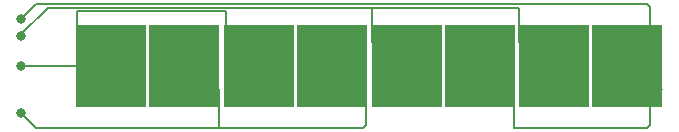
<source format=gbr>
G04 #@! TF.GenerationSoftware,KiCad,Pcbnew,(5.1.5-0-10_14)*
G04 #@! TF.CreationDate,2020-08-22T00:23:10-07:00*
G04 #@! TF.ProjectId,RX_Flex,52585f46-6c65-4782-9e6b-696361645f70,rev?*
G04 #@! TF.SameCoordinates,Original*
G04 #@! TF.FileFunction,Copper,L2,Bot*
G04 #@! TF.FilePolarity,Positive*
%FSLAX46Y46*%
G04 Gerber Fmt 4.6, Leading zero omitted, Abs format (unit mm)*
G04 Created by KiCad (PCBNEW (5.1.5-0-10_14)) date 2020-08-22 00:23:10*
%MOMM*%
%LPD*%
G04 APERTURE LIST*
%ADD10R,6.000000X7.000000*%
%ADD11C,0.800000*%
%ADD12C,0.152400*%
G04 APERTURE END LIST*
D10*
X156650000Y-67500000D03*
X162850000Y-67500000D03*
X144150000Y-67500000D03*
X150350000Y-67500000D03*
X131650000Y-67500000D03*
X137850000Y-67500000D03*
X119150000Y-67500000D03*
X125350000Y-67500000D03*
D11*
X111500000Y-63500000D03*
X111500000Y-65000000D03*
X111500000Y-67500000D03*
X111500000Y-71500000D03*
D12*
X162800000Y-67500000D02*
X162800000Y-67450000D01*
X164750000Y-62500000D02*
X164503610Y-62253610D01*
X164503610Y-62253610D02*
X112746390Y-62253610D01*
X164750000Y-65500000D02*
X164750000Y-62500000D01*
X162800000Y-67450000D02*
X164750000Y-65500000D01*
X112746390Y-62253610D02*
X111500000Y-63500000D01*
X153246390Y-69496390D02*
X151250000Y-67500000D01*
X162800000Y-67550000D02*
X164750000Y-69500000D01*
X151250000Y-67500000D02*
X150300000Y-67500000D01*
X162800000Y-67500000D02*
X162800000Y-67550000D01*
X153246390Y-72746390D02*
X153246390Y-69496390D01*
X164750000Y-69500000D02*
X164750000Y-72500000D01*
X164750000Y-72500000D02*
X164503610Y-72746390D01*
X164503610Y-72746390D02*
X153246390Y-72746390D01*
X162800000Y-67500000D02*
X163750000Y-67500000D01*
X163750000Y-67500000D02*
X165746390Y-69496390D01*
X111500000Y-64833670D02*
X111500000Y-65000000D01*
X113775250Y-62558420D02*
X111500000Y-64833670D01*
X156700000Y-67500000D02*
X155750000Y-67500000D01*
X155750000Y-67500000D02*
X153691580Y-65441580D01*
X153691580Y-65441580D02*
X153691580Y-62558420D01*
X144250000Y-62558420D02*
X153691580Y-62558420D01*
X144200000Y-67500000D02*
X143250000Y-67500000D01*
X143250000Y-67500000D02*
X141191580Y-65441580D01*
X141191580Y-62558420D02*
X113775250Y-62558420D01*
X141191580Y-65441580D02*
X141191580Y-62558420D01*
X144250000Y-62558420D02*
X141191580Y-62558420D01*
X119200000Y-67500000D02*
X111500000Y-67500000D01*
X130750000Y-67500000D02*
X128886770Y-65636770D01*
X131700000Y-67500000D02*
X130750000Y-67500000D01*
X118250000Y-67500000D02*
X116250000Y-65500000D01*
X119200000Y-67500000D02*
X118250000Y-67500000D01*
X116250000Y-65500000D02*
X116250000Y-62863230D01*
X128886770Y-65636770D02*
X128886770Y-62863230D01*
X116250000Y-62863230D02*
X119250000Y-62863230D01*
X128886770Y-62863230D02*
X119250000Y-62863230D01*
X137800000Y-67500000D02*
X138750000Y-67500000D01*
X138750000Y-67500000D02*
X140750000Y-69500000D01*
X125253610Y-72746390D02*
X114246390Y-72746390D01*
X114246390Y-72746390D02*
X113246390Y-72746390D01*
X112746390Y-72746390D02*
X113246390Y-72746390D01*
X111500000Y-71500000D02*
X112746390Y-72746390D01*
X125300000Y-67500000D02*
X126250000Y-67500000D01*
X126250000Y-67500000D02*
X128253610Y-69503610D01*
X128253610Y-72746390D02*
X125253610Y-72746390D01*
X140503610Y-72746390D02*
X137246390Y-72746390D01*
X140750000Y-72500000D02*
X140503610Y-72746390D01*
X137246390Y-72746390D02*
X128253610Y-72746390D01*
X128253610Y-69503610D02*
X128253610Y-72746390D01*
X140750000Y-69500000D02*
X140750000Y-72500000D01*
M02*

</source>
